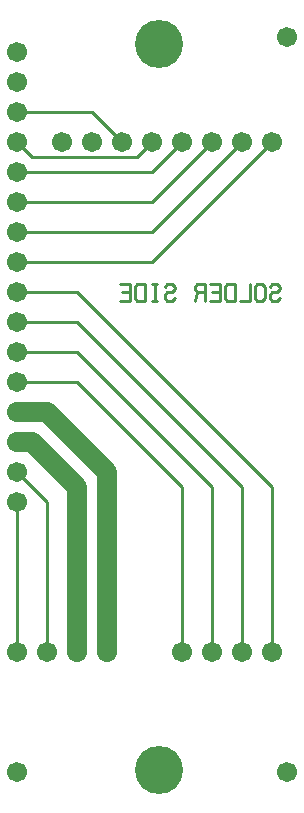
<source format=gbl>
%MOIN*%
%FSLAX25Y25*%
G04 D10 used for Character Trace; *
G04     Circle (OD=.01000) (No hole)*
G04 D11 used for Power Trace; *
G04     Circle (OD=.06700) (No hole)*
G04 D12 used for Signal Trace; *
G04     Circle (OD=.01100) (No hole)*
G04 D13 used for Via; *
G04     Circle (OD=.05800) (Round. Hole ID=.02800)*
G04 D14 used for Component hole; *
G04     Circle (OD=.06500) (Round. Hole ID=.03500)*
G04 D15 used for Component hole; *
G04     Circle (OD=.06700) (Round. Hole ID=.04300)*
G04 D16 used for Component hole; *
G04     Circle (OD=.08100) (Round. Hole ID=.05100)*
G04 D17 used for Component hole; *
G04     Circle (OD=.08900) (Round. Hole ID=.05900)*
G04 D18 used for Component hole; *
G04     Circle (OD=.11300) (Round. Hole ID=.08300)*
G04 D19 used for Component hole; *
G04     Circle (OD=.16000) (Round. Hole ID=.13000)*
G04 D20 used for Component hole; *
G04     Circle (OD=.18300) (Round. Hole ID=.15300)*
G04 D21 used for Component hole; *
G04     Circle (OD=.22291) (Round. Hole ID=.19291)*
%ADD10C,.01000*%
%ADD11C,.06700*%
%ADD12C,.01100*%
%ADD13C,.05800*%
%ADD14C,.06500*%
%ADD15C,.06700*%
%ADD16C,.08100*%
%ADD17C,.08900*%
%ADD18C,.11300*%
%ADD19C,.16000*%
%ADD20C,.18300*%
%ADD21C,.22291*%
%IPPOS*%
%LPD*%
G90*X0Y0D02*D15*X10000Y15000D03*X40000Y55000D03*  
D11*Y75000D01*D14*D03*D11*Y115000D01*             
X20000Y135000D01*X10000D01*D15*D03*Y145000D03*D12*
X30000D01*X65000Y110000D01*Y55000D01*D15*D03*     
X75000D03*D12*Y110000D01*X30000Y155000D01*        
X10000D01*D15*D03*Y165000D03*D12*X30000D01*       
X85000Y110000D01*Y55000D01*D15*D03*X95000D03*D12* 
Y110000D01*X30000Y175000D01*X10000D01*D15*D03*    
Y185000D03*D12*X55000D01*X95000Y225000D01*D15*D03*
X85000D03*D12*X55000Y195000D01*X10000D01*D15*D03* 
Y205000D03*D12*X55000D01*X75000Y225000D01*D15*D03*
X65000D03*D12*X55000Y215000D01*X10000D01*D15*D03* 
D12*X15000Y220000D02*X50000D01*X55000Y225000D01*  
D15*D03*X45000D03*D12*X35000Y235000D01*X10000D01* 
D15*D03*Y245000D03*Y225000D03*D12*                
X15000Y220000D01*D15*X25000Y225000D03*X35000D03*  
X10000Y255000D03*D19*X57300Y257900D03*D10*        
X94163Y176914D02*X95000Y177871D01*X96674D01*      
X97511Y176914D01*Y175957D01*X96674Y175000D01*     
X95000D01*X94163Y174043D01*Y173086D01*            
X95000Y172129D01*X96674D01*X97511Y173086D01*      
X89163D02*X90000Y172129D01*X91674D01*             
X92511Y173086D01*Y176914D01*X91674Y177871D01*     
X90000D01*X89163Y176914D01*Y173086D01*            
X87511Y177871D02*Y172129D01*X84163D01*X82511D02*  
Y177871D01*X80000D01*X79163Y176914D01*Y173086D01* 
X80000Y172129D01*X82511D01*X74163D02*X77511D01*   
Y177871D01*X74163D01*X77511Y175000D02*X75000D01*  
X72511Y172129D02*Y177871D01*X70000D01*            
X69163Y176914D01*Y175957D01*X70000Y175000D01*     
X72511D01*X70000D02*X69163Y172129D01*             
X59163Y176914D02*X60000Y177871D01*X61674D01*      
X62511Y176914D01*Y175957D01*X61674Y175000D01*     
X60000D01*X59163Y174043D01*Y173086D01*            
X60000Y172129D01*X61674D01*X62511Y173086D01*      
X55837Y172129D02*Y177871D01*X56674Y172129D02*     
X55000D01*X56674Y177871D02*X55000D01*             
X52511Y172129D02*Y177871D01*X50000D01*            
X49163Y176914D01*Y173086D01*X50000Y172129D01*     
X52511D01*X44163D02*X47511D01*Y177871D01*         
X44163D01*X47511Y175000D02*X45000D01*D15*         
X100000Y260000D03*X10000Y125000D03*D11*X15000D01* 
X30000Y110000D01*Y75000D01*D14*D03*D11*Y55000D01* 
D15*D03*X20000D03*D12*Y105000D01*X10000Y115000D01*
D15*D03*Y105000D03*D12*Y55000D01*D15*D03*D19*     
X57300Y15900D03*D15*X100000Y15000D03*M02*         

</source>
